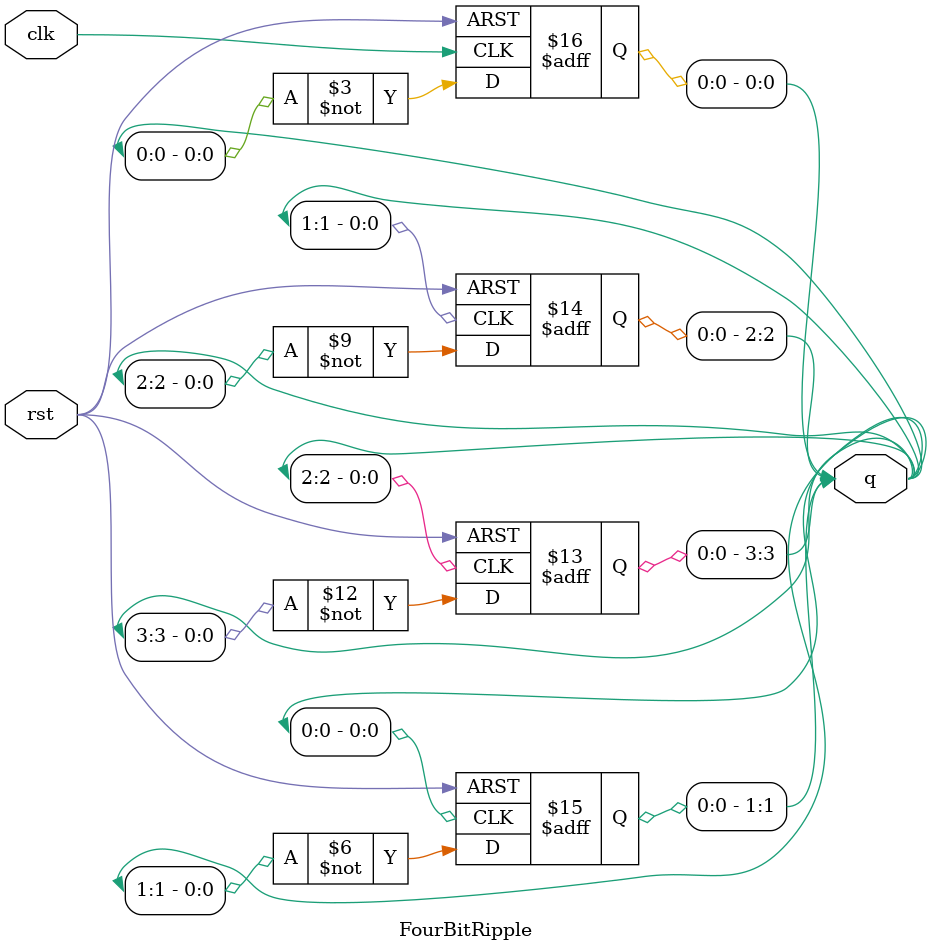
<source format=v>
module FourBitRipple (
    input  wire clk,      // clock input
    input  wire rst,      // asynchronous reset (active low)
    output reg [3:0] q    // 4-bit counter output
);

always @(negedge rst or posedge clk) begin
    if (!rst)
        q[0] <= 1'b0;            // clear LSB
    else
        q[0] <= ~q[0];           // toggle LSB on every clock
end

always @(negedge rst or posedge q[0]) begin
    if (!rst)
        q[1] <= 1'b0;
    else
        q[1] <= ~q[1];           // toggle on q0 edge
end

always @(negedge rst or posedge q[1]) begin
    if (!rst)
        q[2] <= 1'b0;
    else
        q[2] <= ~q[2];           // toggle on q1 edge
end

always @(negedge rst or posedge q[2]) begin
    if (!rst)
        q[3] <= 1'b0;
    else
        q[3] <= ~q[3];           // toggle on q2 edge
end

endmodule

</source>
